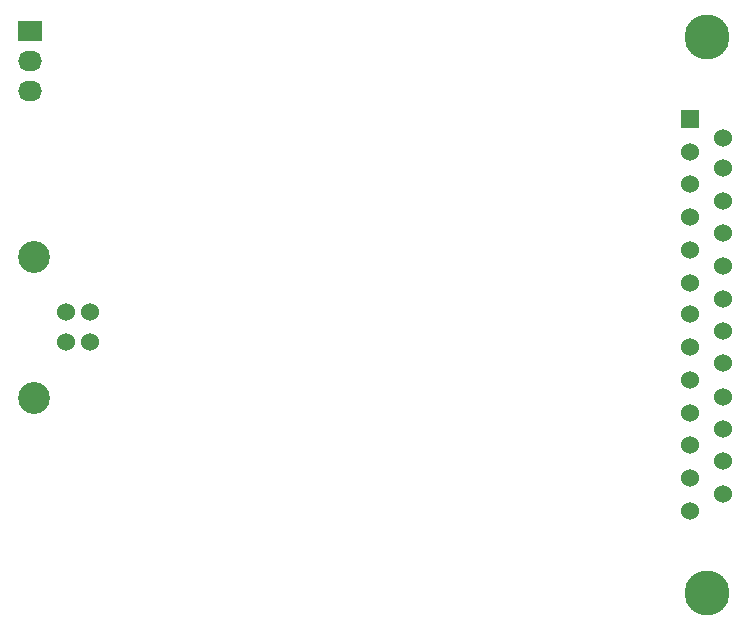
<source format=gbr>
G04 #@! TF.FileFunction,Soldermask,Bot*
%FSLAX46Y46*%
G04 Gerber Fmt 4.6, Leading zero omitted, Abs format (unit mm)*
G04 Created by KiCad (PCBNEW 4.0.2-stable) date 2016-06-28 10:59.27*
%MOMM*%
G01*
G04 APERTURE LIST*
%ADD10C,0.100000*%
%ADD11C,3.810000*%
%ADD12R,1.524000X1.524000*%
%ADD13C,1.524000*%
%ADD14R,2.032000X1.727200*%
%ADD15O,2.032000X1.727200*%
%ADD16C,2.700020*%
G04 APERTURE END LIST*
D10*
D11*
X166500000Y-154000000D03*
X166500000Y-106900000D03*
D12*
X165080000Y-113840000D03*
D13*
X165080000Y-116634000D03*
X165080000Y-119301000D03*
X165080000Y-122095000D03*
X165080000Y-124889000D03*
X165080000Y-127683000D03*
X165080000Y-130350000D03*
X165080000Y-133144000D03*
X165080000Y-135938000D03*
X165080000Y-138732000D03*
X165080000Y-141399000D03*
X165080000Y-144193000D03*
X165080000Y-146987000D03*
X167920000Y-115414800D03*
X167920000Y-117954800D03*
X167920000Y-120748800D03*
X167920000Y-123492000D03*
X167920000Y-126235200D03*
X167920000Y-129029200D03*
X167920000Y-131772400D03*
X167920000Y-134515600D03*
X167920000Y-137360400D03*
X167920000Y-140052800D03*
X167920000Y-142796000D03*
X167920000Y-145590000D03*
D14*
X109200000Y-106400000D03*
D15*
X109200000Y-108940000D03*
X109200000Y-111480000D03*
D13*
X114250000Y-130210000D03*
X114250000Y-132750000D03*
X112251020Y-132750000D03*
X112251020Y-130210000D03*
D16*
X109551000Y-125480520D03*
X109551000Y-137479480D03*
M02*

</source>
